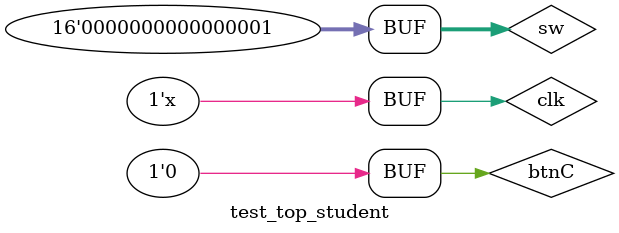
<source format=v>
`timescale 1ns / 1ps


module test_top_student(

    );
    
    reg clk, btnC, btnU, btnL, btnR, btnD;
    reg [15:0] sw;
    wire [7:0] JX;
    wire [15:0] led;
    wire [6:0] seg;
    wire [3:0] an;
    wire ps2_clk, ps2_data;
    
    Top_Student dut(
        clk, 
        btnC, btnU, btnL, btnR, btnD, 
        sw,
        JX,  
        led,
        seg,
        an,
        ps2_clk, ps2_data
    );
    
    initial begin
        clk = 0;
        sw = 16'b0000_0000_0000_0001;
        btnC = 0; #1000000;
        btnC = 1; #1000000;
        btnC = 0; #5000000;
        btnC = 1; #1000000;
        btnC = 0; #1000;
        btnC = 1; #10000000;
        btnC = 0; #1000;
    end
    
    always begin
        #5 clk = ~clk;
    end
    
endmodule

</source>
